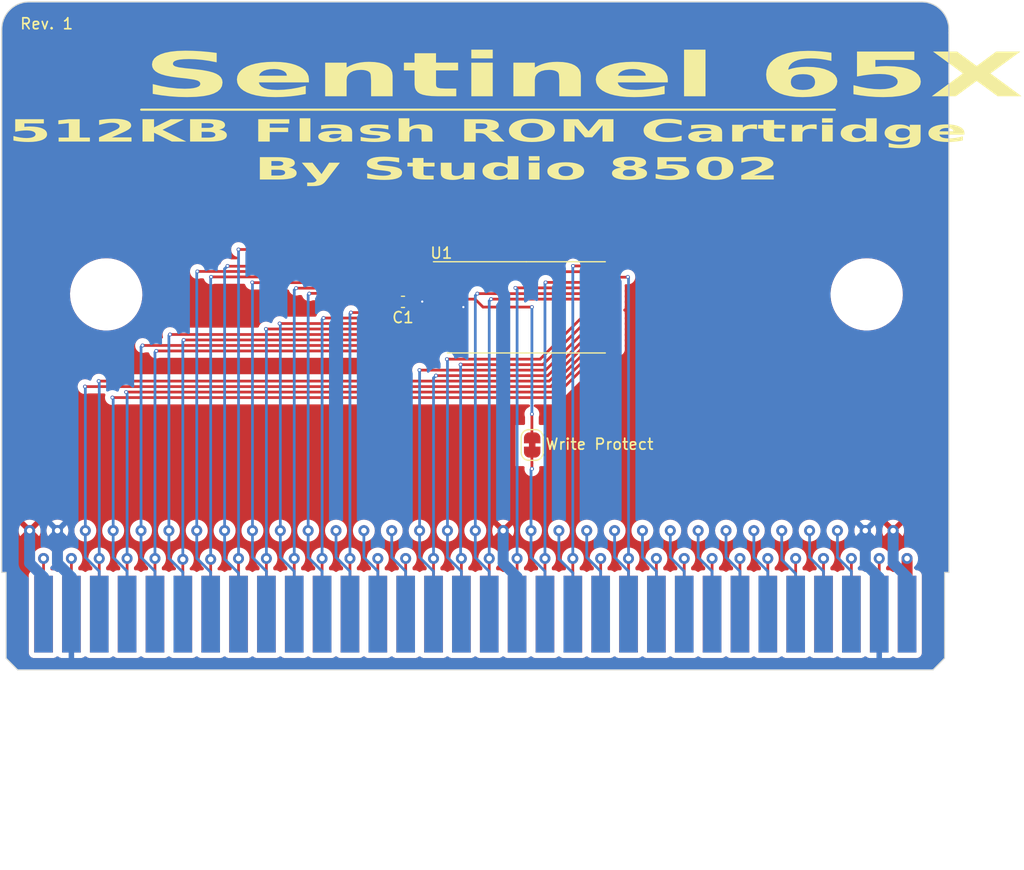
<source format=kicad_pcb>
(kicad_pcb (version 20221018) (generator pcbnew)
  (layers (0 "F.Cu" signal) (31 "B.Cu" signal) (34 "B.Paste" user) (35 "F.Paste" user) (36 "B.SilkS" user "B.Silkscreen") (37 "F.SilkS" user "F.Silkscreen") (38 "B.Mask" user) (39 "F.Mask" user) (44 "Edge.Cuts" user))
  (net 0 "")
  (net 1 "+3.3V")
  (net 2 "/A1")
  (net 3 "/A3")
  (net 4 "/A5")
  (net 5 "/A7")
  (net 6 "/A9")
  (net 7 "/A11")
  (net 8 "/A13")
  (net 9 "/A15")
  (net 10 "/A17")
  (net 11 "unconnected-(J1-Pin_a13-Pada13)")
  (net 12 "/D1")
  (net 13 "/D3")
  (net 14 "/D5")
  (net 15 "/~{WR}")
  (net 16 "unconnected-(J1-Pin_b12-Padb12)")
  (net 17 "unconnected-(J1-Pin_b20-Padb20)")
  (net 18 "unconnected-(J1-Pin_b2-Padb2)")
  (net 19 "/A0")
  (net 20 "/A2")
  (net 21 "/A4")
  (net 22 "/A6")
  (net 23 "/A8")
  (net 24 "/A10")
  (net 25 "/A12")
  (net 26 "/A14")
  (net 27 "/A16")
  (net 28 "/A18")
  (net 29 "/D0")
  (net 30 "/D2")
  (net 31 "/D4")
  (net 32 "/D6")
  (net 33 "/D7")
  (net 34 "/~{RD}")
  (net 35 "+5V")
  (net 36 "GND")
  (net 37 "unconnected-(J1-Pin_a3-Pada3)")
  (net 38 "unconnected-(J1-Pin_a4-Pada4)")
  (net 39 "unconnected-(J1-Pin_a5-Pada5)")
  (net 40 "unconnected-(J1-Pin_a6-Pada6)")
  (net 41 "unconnected-(J1-Pin_a7-Pada7)")
  (net 42 "unconnected-(J1-Pin_a8-Pada8)")
  (net 43 "unconnected-(J1-Pin_a9-Pada9)")
  (net 44 "unconnected-(J1-Pin_a10-Pada10)")
  (net 45 "unconnected-(J1-Pin_a11-Pada11)")
  (net 46 "unconnected-(J1-Pin_a19-Pada19)")
  (net 47 "unconnected-(J1-Pin_a20-Pada20)")
  (net 48 "unconnected-(J1-Pin_b3-Padb3)")
  (net 49 "unconnected-(J1-Pin_b4-Padb4)")
  (net 50 "unconnected-(J1-Pin_b5-Padb5)")
  (net 51 "unconnected-(J1-Pin_b6-Padb6)")
  (net 52 "unconnected-(J1-Pin_b7-Padb7)")
  (net 53 "unconnected-(J1-Pin_b8-Padb8)")
  (net 54 "unconnected-(J1-Pin_b9-Padb9)")
  (net 55 "unconnected-(J1-Pin_b10-Padb10)")
  (net 56 "unconnected-(J1-Pin_b19-Padb19)")
  (net 57 "unconnected-(J1-Pin_a12-Pada12)")
  (net 58 "unconnected-(J1-Pin_a21-Pada21)")
  (net 59 "unconnected-(J1-Pin_b31-Padb31)")
  (net 60 "unconnected-(J1-Pin_b32-Padb32)")
  (net 61 "/~{CS}6")
  (net 62 "Net-(JP1-B)")
  (footprint "Package_SO:TSOP-I-32_14.4x8mm_P0.5mm" (layer "F.Cu") (at 141.745 53.775)
    (fp_text reference "U1")
    (fp_text value "~")
  )
  (footprint "Capacitor_SMD:C_0603_1608Metric" (layer "F.Cu") (at 130.495 53.275 180)
    (fp_text reference "C1")
    (fp_text value "100nF")
  )
  (footprint "Connector:Conn_Edge_2x32_THT_2.54mm_Male" (layer "F.Cu") (at 138.359999 81.752 180)
    (fp_text reference "J1" hide)
    (fp_text value "2x32 2.54mm Card Edge Connector")
    (fp_line (start -41.520319 3.81) (end -41.91 3.81) (stroke (width 0.1)) (layer "Edge.Cuts"))
    (fp_line (start -41.51758 -4.014303) (end -41.520319 3.81) (stroke (width 0.1)) (layer "Edge.Cuts"))
    (fp_line (start -40.46 -5.08) (end -41.51758 -4.014303) (stroke (width 0.1)) (layer "Edge.Cuts"))
    (fp_line (start -40.46 -5.08) (end 43 -5.08) (stroke (width 0.1)) (layer "Edge.Cuts"))
    (fp_line (start 43 -5.08) (end 44.05758 -4.014303) (stroke (width 0.1)) (layer "Edge.Cuts"))
    (fp_line (start 44.054841 3.81) (end 44.05758 -4.014303) (stroke (width 0.1)) (layer "Edge.Cuts"))
    (fp_line (start 44.054841 3.81) (end 44.45 3.81) (stroke (width 0.1)) (layer "Edge.Cuts"))
  )
  (footprint "Jumper:SolderJumper-2_P1.3mm_Bridged_RoundedPad1.0x1.5mm" (layer "F.Cu") (at 142.275 66.325 90)
    (fp_text reference "JP1" hide)
    (fp_text value "SolderJumper_2_Bridged")
  )
  (footprint "" (layer "F.Cu") (at 103.434999 52.592)
    (fp_text reference "")
    (fp_text value "")
  )
  (footprint "" (layer "F.Cu") (at 172.776999 52.592)
    (fp_text reference "")
    (fp_text value "")
  )
  (gr_line (start 169.874188 35.75) (end 106.625811 35.75) (stroke (width 0.2)) (layer "F.SilkS"))
  (gr_line (start 177.25 25.922) (end 177.769999 25.922) (stroke (width 0.1)) (layer "Edge.Cuts"))
  (gr_arc (start 177.769999 25.922) (mid 179.537766 26.654233) (end 180.269999 28.422) (stroke (width 0.1)) (layer "Edge.Cuts"))
  (gr_arc (start 93.909999 28.422) (mid 94.642232 26.654233) (end 96.409999 25.922) (stroke (width 0.1)) (layer "Edge.Cuts"))
  (gr_line (start 93.909999 29) (end 93.909999 28.422) (stroke (width 0.1)) (layer "Edge.Cuts"))
  (gr_line (start 93.909999 77.942) (end 93.909999 29) (stroke (width 0.1)) (layer "Edge.Cuts"))
  (gr_line (start 180.269999 28.75) (end 180.269999 28.422) (stroke (width 0.1)) (layer "Edge.Cuts"))
  (gr_line (start 97.25 25.922) (end 177.25 25.922) (stroke (width 0.1)) (layer "Edge.Cuts"))
  (gr_line (start 97.25 25.922) (end 96.409999 25.922) (stroke (width 0.1)) (layer "Edge.Cuts"))
  (gr_line (start 180.269999 77.942) (end 180.269999 28.75) (stroke (width 0.1)) (layer "Edge.Cuts"))
  (gr_text "By Studio 8502" (at 116.93053 42.456333) (layer "F.SilkS") (effects (font (size 2 4) (thickness 0.25) bold) (justify left bottom)))
  (gr_text "Rev. 1" (at 95.5 28.5) (layer "F.SilkS") (effects (font (size 1 1)) (justify left bottom)))
  (gr_text "Sentinel 65X" (at 106.803244 35.208167) (layer "F.SilkS") (effects (font (size 4 8) (thickness 0.3) bold) (justify left bottom)))
  (gr_text "512KB Flash ROM Cartridge" (at 138.249999 38.999483) (layer "F.SilkS") (effects (font (size 2 4) (thickness 0.25) bold) (justify bottom)))
  (segment (start 131.27 53.275) (end 132.225 53.275) (width 0.5) (layer "F.Cu") (net 1))
  (segment (start 132.225 53.275) (end 132.25 53.25) (width 0.5) (layer "F.Cu") (net 1))
  (segment (start 135.775 53.525) (end 136 53.75) (width 0.25) (layer "F.Cu") (net 1))
  (segment (start 134.0575 53.525) (end 135.775 53.525) (width 0.25) (layer "F.Cu") (net 1))
  (via (at 132.25 53.25) (size 0.35) (drill 0.2) (layers "F.Cu" "B.Cu") (net 1))
  (via (at 136 53.75) (size 0.35) (drill 0.2) (layers "F.Cu" "B.Cu") (net 1))
  (segment (start 98.989999 74.132) (end 98.989999 77.099057) (width 1) (layer "B.Cu") (net 1))
  (segment (start 173.919999 78.419999) (end 173.919999 81.752) (width 1) (layer "B.Cu") (net 1))
  (segment (start 100.259999 78.369057) (end 100.259999 81.752) (width 1) (layer "B.Cu") (net 1))
  (segment (start 98.989999 77.099057) (end 100.259999 78.369057) (width 1) (layer "B.Cu") (net 1))
  (segment (start 172.649999 77.149999) (end 173.919999 78.419999) (width 1) (layer "B.Cu") (net 1))
  (segment (start 172.649999 74.132) (end 172.649999 77.149999) (width 1) (layer "B.Cu") (net 1))
  (segment (start 149.4325 56.525) (end 148.442919 56.525) (width 0.25) (layer "F.Cu") (net 2))
  (segment (start 143.967918 61) (end 101.5 61) (width 0.25) (layer "F.Cu") (net 2))
  (segment (start 148.442919 56.525) (end 143.967918 61) (width 0.25) (layer "F.Cu") (net 2))
  (via (at 101.5 61) (size 0.35) (drill 0.2) (layers "F.Cu" "B.Cu") (net 2))
  (segment (start 101.5 61) (end 101.529999 61.029999) (width 0.25) (layer "B.Cu") (net 2))
  (segment (start 101.529999 76.568727) (end 102.799999 77.838727) (width 0.25) (layer "B.Cu") (net 2))
  (segment (start 102.799999 77.838727) (end 102.799999 81.752) (width 0.25) (layer "B.Cu") (net 2))
  (segment (start 101.529999 61.029999) (end 101.529999 74.132) (width 0.25) (layer "B.Cu") (net 2))
  (segment (start 101.529999 74.132) (end 101.529999 76.568727) (width 0.25) (layer "B.Cu") (net 2))
  (segment (start 148.725 57.525) (end 147.75 58.5) (width 0.25) (layer "F.Cu") (net 3))
  (segment (start 144.25 62) (end 104 62) (width 0.25) (layer "F.Cu") (net 3))
  (segment (start 147.75 58.5) (end 144.25 62) (width 0.25) (layer "F.Cu") (net 3))
  (segment (start 149.4325 57.525) (end 148.725 57.525) (width 0.25) (layer "F.Cu") (net 3))
  (via (at 104 62) (size 0.35) (drill 0.2) (layers "F.Cu" "B.Cu") (net 3))
  (segment (start 104.069999 62.069999) (end 104.069999 74.132) (width 0.25) (layer "B.Cu") (net 3))
  (segment (start 104 62) (end 104.069999 62.069999) (width 0.25) (layer "B.Cu") (net 3))
  (segment (start 105.339999 77.839999) (end 105.339999 81.752) (width 0.25) (layer "B.Cu") (net 3))
  (segment (start 104.069999 74.132) (end 104.069999 76.569999) (width 0.25) (layer "B.Cu") (net 3))
  (segment (start 104.069999 76.569999) (end 105.339999 77.839999) (width 0.25) (layer "B.Cu") (net 3))
  (segment (start 132.843376 57.25) (end 106.75 57.25) (width 0.25) (layer "F.Cu") (net 4))
  (segment (start 133.068376 57.025) (end 132.843376 57.25) (width 0.25) (layer "F.Cu") (net 4))
  (segment (start 134.0575 57.025) (end 133.068376 57.025) (width 0.25) (layer "F.Cu") (net 4))
  (via (at 106.75 57.25) (size 0.35) (drill 0.2) (layers "F.Cu" "B.Cu") (net 4))
  (segment (start 107.879999 77.838727) (end 107.879999 81.752) (width 0.25) (layer "B.Cu") (net 4))
  (segment (start 106.609999 74.132) (end 106.609999 76.568727) (width 0.25) (layer "B.Cu") (net 4))
  (segment (start 106.609999 76.568727) (end 107.879999 77.838727) (width 0.25) (layer "B.Cu") (net 4))
  (segment (start 106.75 57.25) (end 106.609999 57.390001) (width 0.25) (layer "B.Cu") (net 4))
  (segment (start 106.609999 57.390001) (end 106.609999 74.132) (width 0.25) (layer "B.Cu") (net 4))
  (segment (start 132.570584 56.25) (end 109.25 56.25) (width 0.25) (layer "F.Cu") (net 5))
  (segment (start 134.0575 56.025) (end 132.795584 56.025) (width 0.25) (layer "F.Cu") (net 5))
  (segment (start 132.795584 56.025) (end 132.570584 56.25) (width 0.25) (layer "F.Cu") (net 5))
  (via (at 109.25 56.25) (size 0.35) (drill 0.2) (layers "F.Cu" "B.Cu") (net 5))
  (segment (start 110.419999 77.918727) (end 110.419999 81.752) (width 0.25) (layer "B.Cu") (net 5))
  (segment (start 109.149999 74.132) (end 109.149999 76.648727) (width 0.25) (layer "B.Cu") (net 5))
  (segment (start 109.25 56.25) (end 109.149999 56.350001) (width 0.25) (layer "B.Cu") (net 5))
  (segment (start 109.149999 76.648727) (end 110.419999 77.918727) (width 0.25) (layer "B.Cu") (net 5))
  (segment (start 109.149999 56.350001) (end 109.149999 74.132) (width 0.25) (layer "B.Cu") (net 5))
  (segment (start 111.75 50.5) (end 111.775 50.525) (width 0.25) (layer "F.Cu") (net 6))
  (segment (start 134.0575 50.525) (end 111.75 50.5) (width 0.25) (layer "F.Cu") (net 6))
  (via (at 111.75 50.5) (size 0.35) (drill 0.2) (layers "F.Cu" "B.Cu") (net 6))
  (segment (start 111.689999 50.560001) (end 111.689999 74.132) (width 0.25) (layer "B.Cu") (net 6))
  (segment (start 112.959999 77.918727) (end 112.959999 81.752) (width 0.25) (layer "B.Cu") (net 6))
  (segment (start 111.689999 74.132) (end 111.689999 76.648727) (width 0.25) (layer "B.Cu") (net 6))
  (segment (start 111.689999 76.648727) (end 112.959999 77.918727) (width 0.25) (layer "B.Cu") (net 6))
  (segment (start 111.75 50.5) (end 111.689999 50.560001) (width 0.25) (layer "B.Cu") (net 6))
  (segment (start 114.5 50) (end 114.525 50.025) (width 0.25) (layer "F.Cu") (net 7))
  (segment (start 114.525 50.025) (end 134.0575 50.025) (width 0.25) (layer "F.Cu") (net 7))
  (via (at 114.5 50) (size 0.35) (drill 0.2) (layers "F.Cu" "B.Cu") (net 7))
  (segment (start 114.229999 76.729999) (end 115.499999 77.999999) (width 0.25) (layer "B.Cu") (net 7))
  (segment (start 114.5 50) (end 114.229999 50.270001) (width 0.25) (layer "B.Cu") (net 7))
  (segment (start 114.229999 74.132) (end 114.229999 76.729999) (width 0.25) (layer "B.Cu") (net 7))
  (segment (start 114.229999 50.270001) (end 114.229999 74.132) (width 0.25) (layer "B.Cu") (net 7))
  (segment (start 115.499999 77.999999) (end 115.499999 81.752) (width 0.25) (layer "B.Cu") (net 7))
  (segment (start 116.775 51.525) (end 134.0575 51.525) (width 0.25) (layer "F.Cu") (net 8))
  (segment (start 116.75 51.5) (end 116.775 51.525) (width 0.25) (layer "F.Cu") (net 8))
  (via (at 116.75 51.5) (size 0.35) (drill 0.2) (layers "F.Cu" "B.Cu") (net 8))
  (segment (start 116.769999 76.568727) (end 118.039999 77.838727) (width 0.25) (layer "B.Cu") (net 8))
  (segment (start 118.039999 77.838727) (end 118.039999 81.752) (width 0.25) (layer "B.Cu") (net 8))
  (segment (start 116.75 51.5) (end 116.769999 51.519999) (width 0.25) (layer "B.Cu") (net 8))
  (segment (start 116.769999 74.132) (end 116.769999 76.568727) (width 0.25) (layer "B.Cu") (net 8))
  (segment (start 116.769999 51.519999) (end 116.769999 74.132) (width 0.25) (layer "B.Cu") (net 8))
  (segment (start 132.525 55.025) (end 132.523896 55.023896) (width 0.25) (layer "F.Cu") (net 9))
  (segment (start 132.297792 55.25) (end 119.25 55.25) (width 0.25) (layer "F.Cu") (net 9))
  (segment (start 132.523896 55.023896) (end 132.297792 55.25) (width 0.25) (layer "F.Cu") (net 9))
  (segment (start 134.0575 55.025) (end 132.525 55.025) (width 0.25) (layer "F.Cu") (net 9))
  (via (at 119.25 55.25) (size 0.35) (drill 0.2) (layers "F.Cu" "B.Cu") (net 9))
  (segment (start 119.309999 74.132) (end 119.309999 76.568727) (width 0.25) (layer "B.Cu") (net 9))
  (segment (start 119.309999 55.309999) (end 119.309999 74.132) (width 0.25) (layer "B.Cu") (net 9))
  (segment (start 119.309999 76.568727) (end 120.579999 77.838727) (width 0.25) (layer "B.Cu") (net 9))
  (segment (start 120.579999 77.838727) (end 120.579999 81.752) (width 0.25) (layer "B.Cu") (net 9))
  (segment (start 119.25 55.25) (end 119.309999 55.309999) (width 0.25) (layer "B.Cu") (net 9))
  (segment (start 129 52.5) (end 129.025 52.475) (width 0.25) (layer "F.Cu") (net 10))
  (segment (start 121.948799 52.5245) (end 121.973299 52.5) (width 0.25) (layer "F.Cu") (net 10))
  (segment (start 131.772817 52.525) (end 134.0575 52.525) (width 0.25) (layer "F.Cu") (net 10))
  (segment (start 129.025 52.475) (end 131.722817 52.475) (width 0.25) (layer "F.Cu") (net 10))
  (segment (start 131.722817 52.475) (end 131.772817 52.525) (width 0.25) (layer "F.Cu") (net 10))
  (segment (start 121.973299 52.5) (end 129 52.5) (width 0.25) (layer "F.Cu") (net 10))
  (via (at 121.948799 52.5245) (size 0.35) (drill 0.2) (layers "F.Cu" "B.Cu") (net 10))
  (segment (start 121.849999 74.132) (end 121.849999 76.568727) (width 0.25) (layer "B.Cu") (net 10))
  (segment (start 121.849999 52.6233) (end 121.849999 74.132) (width 0.25) (layer "B.Cu") (net 10))
  (segment (start 121.849999 76.568727) (end 123.119999 77.838727) (width 0.25) (layer "B.Cu") (net 10))
  (segment (start 121.948799 52.5245) (end 121.849999 52.6233) (width 0.25) (layer "B.Cu") (net 10))
  (segment (start 123.119999 77.838727) (end 123.119999 81.752) (width 0.25) (layer "B.Cu") (net 10))
  (segment (start 145.979999 77.979999) (end 145.979999 81.752) (width 0.25) (layer "B.Cu") (net 11))
  (segment (start 144.709999 74.132) (end 144.709999 76.709999) (width 0.25) (layer "B.Cu") (net 11))
  (segment (start 144.709999 76.709999) (end 145.979999 77.979999) (width 0.25) (layer "B.Cu") (net 11))
  (segment (start 147.975 55.025) (end 145.25 57.75) (width 0.25) (layer "F.Cu") (net 12))
  (segment (start 149.4325 55.025) (end 147.975 55.025) (width 0.25) (layer "F.Cu") (net 12))
  (segment (start 143.5 59.5) (end 132 59.5) (width 0.25) (layer "F.Cu") (net 12))
  (segment (start 145.25 57.75) (end 143.5 59.5) (width 0.25) (layer "F.Cu") (net 12))
  (via (at 132 59.5) (size 0.35) (drill 0.2) (layers "F.Cu" "B.Cu") (net 12))
  (segment (start 132 59.5) (end 132.009999 59.509999) (width 0.25) (layer "B.Cu") (net 12))
  (segment (start 133.279999 77.838727) (end 133.279999 81.752) (width 0.25) (layer "B.Cu") (net 12))
  (segment (start 132.009999 74.132) (end 132.009999 76.568727) (width 0.25) (layer "B.Cu") (net 12))
  (segment (start 132.009999 76.568727) (end 133.279999 77.838727) (width 0.25) (layer "B.Cu") (net 12))
  (segment (start 132.009999 59.509999) (end 132.009999 74.132) (width 0.25) (layer "B.Cu") (net 12))
  (segment (start 143 58.5) (end 134.75 58.5) (width 0.25) (layer "F.Cu") (net 13))
  (segment (start 149.4325 53.525) (end 147.975 53.525) (width 0.25) (layer "F.Cu") (net 13))
  (segment (start 146 55.5) (end 143 58.5) (width 0.25) (layer "F.Cu") (net 13))
  (segment (start 147.975 53.525) (end 146 55.5) (width 0.25) (layer "F.Cu") (net 13))
  (segment (start 134.75 58.5) (end 134.5 58.5) (width 0.25) (layer "F.Cu") (net 13))
  (via (at 134.5 58.5) (size 0.35) (drill 0.2) (layers "F.Cu" "B.Cu") (net 13))
  (segment (start 134.549999 76.568727) (end 135.819999 77.838727) (width 0.25) (layer "B.Cu") (net 13))
  (segment (start 135.819999 77.838727) (end 135.819999 81.752) (width 0.25) (layer "B.Cu") (net 13))
  (segment (start 134.549999 74.132) (end 134.549999 76.568727) (width 0.25) (layer "B.Cu") (net 13))
  (segment (start 134.5 58.5) (end 134.549999 58.549999) (width 0.25) (layer "B.Cu") (net 13))
  (segment (start 134.549999 58.549999) (end 134.549999 74.132) (width 0.25) (layer "B.Cu") (net 13))
  (segment (start 149.4325 52.525) (end 137.275 52.525) (width 0.25) (layer "F.Cu") (net 14))
  (via (at 137.275 52.525) (size 0.35) (drill 0.2) (layers "F.Cu" "B.Cu") (net 14))
  (segment (start 138.359999 77.859999) (end 138.359999 81.752) (width 0.25) (layer "B.Cu") (net 14))
  (segment (start 137.089999 74.132) (end 137.089999 76.589999) (width 0.25) (layer "B.Cu") (net 14))
  (segment (start 137.089999 52.710001) (end 137.089999 74.132) (width 0.25) (layer "B.Cu") (net 14))
  (segment (start 137.089999 76.589999) (end 138.359999 77.859999) (width 0.25) (layer "B.Cu") (net 14))
  (segment (start 137.275 52.525) (end 137.089999 52.710001) (width 0.25) (layer "B.Cu") (net 14))
  (segment (start 142.25 68) (end 142.25 68.5) (width 0.25) (layer "F.Cu") (net 15))
  (segment (start 142.275 66.975) (end 142.25 67) (width 0.25) (layer "F.Cu") (net 15))
  (segment (start 142.25 67) (end 142.25 68) (width 0.25) (layer "F.Cu") (net 15))
  (via (at 142.25 68.5) (size 0.35) (drill 0.2) (layers "F.Cu" "B.Cu") (net 15))
  (via (at 142.25 68.5) (size 0.35) (drill 0.2) (layers "F.Cu" "B.Cu") (net 15))
  (segment (start 142.169999 74.132) (end 142.169999 76.568727) (width 0.25) (layer "B.Cu") (net 15))
  (segment (start 143.439999 77.838727) (end 143.439999 81.752) (width 0.25) (layer "B.Cu") (net 15))
  (segment (start 142.169999 68.580001) (end 142.169999 74.132) (width 0.25) (layer "B.Cu") (net 15))
  (segment (start 142.169999 76.568727) (end 143.439999 77.838727) (width 0.25) (layer "B.Cu") (net 15))
  (segment (start 142.25 68.5) (end 142.169999 68.580001) (width 0.25) (layer "B.Cu") (net 15))
  (segment (start 148.519999 76.672) (end 148.519999 81.752) (width 0.25) (layer "F.Cu") (net 16))
  (segment (start 128.199999 76.672) (end 128.199999 81.752) (width 0.25) (layer "F.Cu") (net 17))
  (segment (start 173.919999 76.672) (end 173.919999 81.752) (width 0.25) (layer "F.Cu") (net 18))
  (segment (start 143.831522 60.5) (end 102.75 60.5) (width 0.25) (layer "F.Cu") (net 19))
  (segment (start 102.799999 76.672) (end 102.799999 81.752) (width 0.25) (layer "F.Cu") (net 19))
  (segment (start 149.4325 56.025) (end 148.306523 56.025) (width 0.25) (layer "F.Cu") (net 19))
  (segment (start 148.306523 56.025) (end 143.831522 60.5) (width 0.25) (layer "F.Cu") (net 19))
  (via (at 102.75 60.5) (size 0.35) (drill 0.2) (layers "F.Cu" "B.Cu") (net 19))
  (segment (start 102.75 60.5) (end 102.799999 60.549999) (width 0.25) (layer "B.Cu") (net 19))
  (segment (start 102.799999 60.549999) (end 102.799999 76.672) (width 0.25) (layer "B.Cu") (net 19))
  (segment (start 105.339999 76.672) (end 105.339999 81.752) (width 0.25) (layer "F.Cu") (net 20))
  (segment (start 149.4325 57.025) (end 148.579315 57.025) (width 0.25) (layer "F.Cu") (net 20))
  (segment (start 148.579315 57.025) (end 147.431802 58.172513) (width 0.25) (layer "F.Cu") (net 20))
  (segment (start 147.431802 58.172513) (end 144.104314 61.5) (width 0.25) (layer "F.Cu") (net 20))
  (segment (start 144.104314 61.5) (end 105.25 61.5) (width 0.25) (layer "F.Cu") (net 20))
  (segment (start 147.431802 58.172513) (end 147.431802 58.181802) (width 0.25) (layer "F.Cu") (net 20))
  (via (at 105.25 61.5) (size 0.35) (drill 0.2) (layers "F.Cu" "B.Cu") (net 20))
  (segment (start 105.25 61.5) (end 105.339999 61.589999) (width 0.25) (layer "B.Cu") (net 20))
  (segment (start 105.339999 61.589999) (end 105.339999 76.672) (width 0.25) (layer "B.Cu") (net 20))
  (segment (start 107.879999 76.672) (end 107.879999 81.752) (width 0.25) (layer "F.Cu") (net 21))
  (segment (start 108 57.75) (end 108 57.7) (width 0.25) (layer "F.Cu") (net 21))
  (segment (start 133.16625 57.75) (end 108 57.75) (width 0.25) (layer "F.Cu") (net 21))
  (segment (start 133.39125 57.525) (end 133.16625 57.75) (width 0.25) (layer "F.Cu") (net 21))
  (segment (start 134.0575 57.525) (end 133.39125 57.525) (width 0.25) (layer "F.Cu") (net 21))
  (via (at 108 57.75) (size 0.35) (drill 0.2) (layers "F.Cu" "B.Cu") (net 21))
  (segment (start 107.879999 57.870001) (end 107.879999 76.672) (width 0.25) (layer "B.Cu") (net 21))
  (segment (start 108 57.75) (end 107.879999 57.870001) (width 0.25) (layer "B.Cu") (net 21))
  (segment (start 132.70698 56.75) (end 110.5 56.75) (width 0.25) (layer "F.Cu") (net 22))
  (segment (start 110.419999 76.752) (end 110.419999 81.752) (width 0.25) (layer "F.Cu") (net 22))
  (segment (start 132.93198 56.525) (end 132.70698 56.75) (width 0.25) (layer "F.Cu") (net 22))
  (segment (start 134.0575 56.525) (end 132.93198 56.525) (width 0.25) (layer "F.Cu") (net 22))
  (via (at 110.5 56.75) (size 0.35) (drill 0.2) (layers "F.Cu" "B.Cu") (net 22))
  (segment (start 110.5 56.75) (end 110.419999 56.830001) (width 0.25) (layer "B.Cu") (net 22))
  (segment (start 110.419999 56.830001) (end 110.419999 76.752) (width 0.25) (layer "B.Cu") (net 22))
  (segment (start 113.000901 51) (end 112.999999 51.000902) (width 0.25) (layer "F.Cu") (net 23))
  (segment (start 134.0575 51.025) (end 134.0325 51) (width 0.25) (layer "F.Cu") (net 23))
  (segment (start 112.959999 76.752) (end 112.959999 81.752) (width 0.25) (layer "F.Cu") (net 23))
  (segment (start 134.0325 51) (end 113.000901 51) (width 0.25) (layer "F.Cu") (net 23))
  (via (at 112.999999 51.000902) (size 0.35) (drill 0.2) (layers "F.Cu" "B.Cu") (net 23))
  (segment (start 112.959999 51.040902) (end 112.959999 76.752) (width 0.25) (layer "B.Cu") (net 23))
  (segment (start 112.999999 51.000902) (end 112.959999 51.040902) (width 0.25) (layer "B.Cu") (net 23))
  (segment (start 115.5 48.5) (end 133.885685 48.5) (width 0.25) (layer "F.Cu") (net 24))
  (segment (start 115.499999 76.672) (end 115.499999 81.752) (width 0.25) (layer "F.Cu") (net 24))
  (segment (start 135.17 50.525) (end 149.4325 50.525) (width 0.25) (layer "F.Cu") (net 24))
  (segment (start 133.885685 48.5) (end 135.17 49.784315) (width 0.25) (layer "F.Cu") (net 24))
  (segment (start 135.17 49.784315) (end 135.17 50.525) (width 0.25) (layer "F.Cu") (net 24))
  (via (at 115.5 48.5) (size 0.35) (drill 0.2) (layers "F.Cu" "B.Cu") (net 24))
  (segment (start 115.5 48.5) (end 115.499999 48.500001) (width 0.25) (layer "B.Cu") (net 24))
  (segment (start 115.499999 48.500001) (end 115.499999 76.672) (width 0.25) (layer "B.Cu") (net 24))
  (segment (start 132.659188 55.525) (end 132.434188 55.75) (width 0.25) (layer "F.Cu") (net 25))
  (segment (start 134.0575 55.525) (end 132.659188 55.525) (width 0.25) (layer "F.Cu") (net 25))
  (segment (start 118.039999 76.672) (end 118.039999 81.752) (width 0.25) (layer "F.Cu") (net 25))
  (segment (start 132.434188 55.75) (end 118 55.75) (width 0.25) (layer "F.Cu") (net 25))
  (via (at 118 55.75) (size 0.35) (drill 0.2) (layers "F.Cu" "B.Cu") (net 25))
  (segment (start 118.039999 55.789999) (end 118.039999 76.672) (width 0.25) (layer "B.Cu") (net 25))
  (segment (start 118 55.75) (end 118.039999 55.789999) (width 0.25) (layer "B.Cu") (net 25))
  (segment (start 120.579999 76.672) (end 120.579999 81.752) (width 0.25) (layer "F.Cu") (net 26))
  (segment (start 134.0575 52.025) (end 120.7505 52.025) (width 0.25) (layer "F.Cu") (net 26))
  (segment (start 120.7505 52.025) (end 120.75 52.0245) (width 0.25) (layer "F.Cu") (net 26))
  (via (at 120.75 52.0245) (size 0.35) (drill 0.2) (layers "F.Cu" "B.Cu") (net 26))
  (segment (start 120.579999 52.194501) (end 120.579999 76.672) (width 0.25) (layer "B.Cu") (net 26))
  (segment (start 120.75 52.0245) (end 120.579999 52.194501) (width 0.25) (layer "B.Cu") (net 26))
  (segment (start 132.386396 54.525) (end 132.161396 54.75) (width 0.25) (layer "F.Cu") (net 27))
  (segment (start 132.161396 54.75) (end 123.25 54.75) (width 0.25) (layer "F.Cu") (net 27))
  (segment (start 134.0575 54.525) (end 132.386396 54.525) (width 0.25) (layer "F.Cu") (net 27))
  (segment (start 123.119999 76.672) (end 123.119999 81.752) (width 0.25) (layer "F.Cu") (net 27))
  (via (at 123.25 54.75) (size 0.35) (drill 0.2) (layers "F.Cu" "B.Cu") (net 27))
  (segment (start 123.25 54.75) (end 123.119999 54.880001) (width 0.25) (layer "B.Cu") (net 27))
  (segment (start 123.119999 54.880001) (end 123.119999 76.672) (width 0.25) (layer "B.Cu") (net 27))
  (segment (start 125.659999 76.672) (end 125.659999 81.752) (width 0.25) (layer "F.Cu") (net 28))
  (segment (start 134.0575 54.025) (end 132.25 54.025) (width 0.25) (layer "F.Cu") (net 28))
  (segment (start 132.025 54.25) (end 125.75 54.25) (width 0.25) (layer "F.Cu") (net 28))
  (segment (start 132.25 54.025) (end 132.025 54.25) (width 0.25) (layer "F.Cu") (net 28))
  (via (at 125.75 54.25) (size 0.35) (drill 0.2) (layers "F.Cu" "B.Cu") (net 28))
  (segment (start 125.659999 54.340001) (end 125.659999 76.672) (width 0.25) (layer "B.Cu") (net 28))
  (segment (start 125.75 54.25) (end 125.659999 54.340001) (width 0.25) (layer "B.Cu") (net 28))
  (segment (start 148.170126 55.525) (end 145.945126 57.75) (width 0.25) (layer "F.Cu") (net 29))
  (segment (start 149.4325 55.525) (end 148.170126 55.525) (width 0.25) (layer "F.Cu") (net 29))
  (segment (start 133.279999 76.672) (end 133.279999 81.752) (width 0.25) (layer "F.Cu") (net 29))
  (segment (start 143.695126 60) (end 133.5 60) (width 0.25) (layer "F.Cu") (net 29))
  (segment (start 145.945126 57.75) (end 143.695126 60) (width 0.25) (layer "F.Cu") (net 29))
  (via (at 133.5 60) (size 0.35) (drill 0.2) (layers "F.Cu" "B.Cu") (net 29))
  (segment (start 133.279999 60.220001) (end 133.279999 76.672) (width 0.25) (layer "B.Cu") (net 29))
  (segment (start 133.5 60) (end 133.279999 60.220001) (width 0.25) (layer "B.Cu") (net 29))
  (segment (start 143.25 59) (end 135.75 59) (width 0.25) (layer "F.Cu") (net 30))
  (segment (start 149.4325 54.525) (end 147.725 54.525) (width 0.25) (layer "F.Cu") (net 30))
  (segment (start 147.725 54.525) (end 146 56.25) (width 0.25) (layer "F.Cu") (net 30))
  (segment (start 146 56.25) (end 143.25 59) (width 0.25) (layer "F.Cu") (net 30))
  (segment (start 135.819999 76.672) (end 135.819999 81.752) (width 0.25) (layer "F.Cu") (net 30))
  (via (at 135.75 59) (size 0.35) (drill 0.2) (layers "F.Cu" "B.Cu") (net 30))
  (segment (start 135.75 59) (end 135.75 76.602001) (width 0.25) (layer "B.Cu") (net 30))
  (segment (start 135.75 76.602001) (end 135.819999 76.672) (width 0.25) (layer "B.Cu") (net 30))
  (segment (start 138.359999 76.672) (end 138.359999 81.752) (width 0.25) (layer "F.Cu") (net 31))
  (segment (start 138.525 53.025) (end 149.4325 53.025) (width 0.25) (layer "F.Cu") (net 31))
  (via (at 138.525 53.025) (size 0.35) (drill 0.2) (layers "F.Cu" "B.Cu") (net 31))
  (segment (start 138.525 53.025) (end 138.359999 53.190001) (width 0.25) (layer "B.Cu") (net 31))
  (segment (start 138.359999 53.190001) (end 138.359999 76.672) (width 0.25) (layer "B.Cu") (net 31))
  (segment (start 140.75 52) (end 140.775 52.025) (width 0.25) (layer "F.Cu") (net 32))
  (segment (start 149.4325 52.025) (end 149.4075 52) (width 0.25) (layer "F.Cu") (net 32))
  (segment (start 140.899999 76.672) (end 140.899999 81.752) (width 0.25) (layer "F.Cu") (net 32))
  (segment (start 149.4075 52) (end 140.75 52) (width 0.25) (layer "F.Cu") (net 32))
  (via (at 140.75 52) (size 0.35) (drill 0.2) (layers "F.Cu" "B.Cu") (net 32))
  (segment (start 140.899999 52.149999) (end 140.899999 76.672) (width 0.25) (layer "B.Cu") (net 32))
  (segment (start 140.75 52) (end 140.899999 52.149999) (width 0.25) (layer "B.Cu") (net 32))
  (segment (start 143.439999 76.672) (end 143.439999 81.752) (width 0.25) (layer "F.Cu") (net 33))
  (segment (start 149.4075 51.5) (end 143.5 51.5) (width 0.25) (layer "F.Cu") (net 33))
  (segment (start 149.4325 51.525) (end 149.4075 51.5) (width 0.25) (layer "F.Cu") (net 33))
  (via (at 143.5 51.5) (size 0.35) (drill 0.2) (layers "F.Cu" "B.Cu") (net 33))
  (segment (start 143.439999 51.560001) (end 143.439999 76.672) (width 0.25) (layer "B.Cu") (net 33))
  (segment (start 143.5 51.5) (end 143.439999 51.560001) (width 0.25) (layer "B.Cu") (net 33))
  (segment (start 149.4325 50.025) (end 149.4075 50) (width 0.25) (layer "F.Cu") (net 34))
  (segment (start 149.4075 50) (end 146 50) (width 0.25) (layer "F.Cu") (net 34))
  (segment (start 145.979999 76.672) (end 145.979999 81.752) (width 0.25) (layer "F.Cu") (net 34))
  (via (at 146 50) (size 0.35) (drill 0.2) (layers "F.Cu" "B.Cu") (net 34))
  (segment (start 146 50) (end 145.979999 50.020001) (width 0.25) (layer "B.Cu") (net 34))
  (segment (start 145.979999 50.020001) (end 145.979999 76.672) (width 0.25) (layer "B.Cu") (net 34))
  (segment (start 176.459999 76.672) (end 176.459999 81.752) (width 1) (layer "F.Cu") (net 35))
  (segment (start 139.629999 74.132) (end 139.629999 77.099057) (width 1) (layer "B.Cu") (net 36))
  (segment (start 175.189999 74.132) (end 175.189999 77.099057) (width 1) (layer "B.Cu") (net 36))
  (segment (start 96.449999 77.099057) (end 97.719999 78.369057) (width 1) (layer "B.Cu") (net 36))
  (segment (start 176.459999 78.369057) (end 176.459999 81.752) (width 1) (layer "B.Cu") (net 36))
  (segment (start 139.629999 77.099057) (end 140.899999 78.369057) (width 1) (layer "B.Cu") (net 36))
  (segment (start 140.899999 78.369057) (end 140.899999 81.752) (width 1) (layer "B.Cu") (net 36))
  (segment (start 175.189999 77.099057) (end 176.459999 78.369057) (width 1) (layer "B.Cu") (net 36))
  (segment (start 96.449999 74.132) (end 96.449999 77.099057) (width 1) (layer "B.Cu") (net 36))
  (segment (start 97.719999 78.369057) (end 97.719999 81.752) (width 1) (layer "B.Cu") (net 36))
  (segment (start 170.109999 76.568727) (end 171.379999 77.838727) (width 0.25) (layer "B.Cu") (net 37))
  (segment (start 170.109999 74.132) (end 170.109999 76.568727) (width 0.25) (layer "B.Cu") (net 37))
  (segment (start 171.379999 77.838727) (end 171.379999 81.752) (width 0.25) (layer "B.Cu") (net 37))
  (segment (start 168.839999 77.838727) (end 168.839999 81.752) (width 0.25) (layer "B.Cu") (net 38))
  (segment (start 167.569999 76.568727) (end 168.839999 77.838727) (width 0.25) (layer "B.Cu") (net 38))
  (segment (start 167.569999 74.132) (end 167.569999 76.568727) (width 0.25) (layer "B.Cu") (net 38))
  (segment (start 165.029999 74.132) (end 165.029999 76.779999) (width 0.25) (layer "B.Cu") (net 39))
  (segment (start 166.299999 78.049999) (end 166.299999 81.752) (width 0.25) (layer "B.Cu") (net 39))
  (segment (start 165.029999 76.779999) (end 166.299999 78.049999) (width 0.25) (layer "B.Cu") (net 39))
  (segment (start 162.489999 76.568727) (end 163.759999 77.838727) (width 0.25) (layer "B.Cu") (net 40))
  (segment (start 163.759999 77.838727) (end 163.759999 81.752) (width 0.25) (layer "B.Cu") (net 40))
  (segment (start 162.489999 74.132) (end 162.489999 76.568727) (width 0.25) (layer "B.Cu") (net 40))
  (segment (start 159.949999 76.568727) (end 161.219999 77.838727) (width 0.25) (layer "B.Cu") (net 41))
  (segment (start 161.219999 77.838727) (end 161.219999 81.752) (width 0.25) (layer "B.Cu") (net 41))
  (segment (start 159.949999 74.132) (end 159.949999 76.568727) (width 0.25) (layer "B.Cu") (net 41))
  (segment (start 158.679999 77.838727) (end 158.679999 81.752) (width 0.25) (layer "B.Cu") (net 42))
  (segment (start 157.409999 76.568727) (end 158.679999 77.838727) (width 0.25) (layer "B.Cu") (net 42))
  (segment (start 157.409999 74.132) (end 157.409999 76.568727) (width 0.25) (layer "B.Cu") (net 42))
  (segment (start 154.869999 74.132) (end 154.869999 76.568727) (width 0.25) (layer "B.Cu") (net 43))
  (segment (start 154.869999 76.568727) (end 156.139999 77.838727) (width 0.25) (layer "B.Cu") (net 43))
  (segment (start 156.139999 77.838727) (end 156.139999 81.752) (width 0.25) (layer "B.Cu") (net 43))
  (segment (start 153.599999 77.838727) (end 153.599999 81.752) (width 0.25) (layer "B.Cu") (net 44))
  (segment (start 152.329999 76.568727) (end 153.599999 77.838727) (width 0.25) (layer "B.Cu") (net 44))
  (segment (start 152.329999 74.132) (end 152.329999 76.568727) (width 0.25) (layer "B.Cu") (net 44))
  (segment (start 151.059999 77.838727) (end 151.059999 81.752) (width 0.25) (layer "B.Cu") (net 45))
  (segment (start 149.789999 76.568727) (end 151.059999 77.838727) (width 0.25) (layer "B.Cu") (net 45))
  (segment (start 149.789999 74.132) (end 149.789999 76.568727) (width 0.25) (layer "B.Cu") (net 45))
  (segment (start 130.739999 77.838727) (end 130.739999 81.752) (width 0.25) (layer "B.Cu") (net 46))
  (segment (start 129.469999 76.568727) (end 130.739999 77.838727) (width 0.25) (layer "B.Cu") (net 46))
  (segment (start 129.469999 74.132) (end 129.469999 76.568727) (width 0.25) (layer "B.Cu") (net 46))
  (segment (start 128.199999 77.838727) (end 128.199999 81.752) (width 0.25) (layer "B.Cu") (net 47))
  (segment (start 126.929999 74.132) (end 126.929999 76.568727) (width 0.25) (layer "B.Cu") (net 47))
  (segment (start 126.929999 76.568727) (end 128.199999 77.838727) (width 0.25) (layer "B.Cu") (net 47))
  (segment (start 171.379999 76.672) (end 171.379999 81.752) (width 0.25) (layer "F.Cu") (net 48))
  (segment (start 168.839999 76.672) (end 168.839999 81.752) (width 0.25) (layer "F.Cu") (net 49))
  (segment (start 166.299999 76.672) (end 166.299999 81.752) (width 0.25) (layer "F.Cu") (net 50))
  (segment (start 163.759999 76.672) (end 163.759999 81.752) (width 0.25) (layer "F.Cu") (net 51))
  (segment (start 161.219999 76.672) (end 161.219999 81.752) (width 0.25) (layer "F.Cu") (net 52))
  (segment (start 158.679999 76.672) (end 158.679999 81.752) (width 0.25) (layer "F.Cu") (net 53))
  (segment (start 156.139999 76.672) (end 156.139999 81.752) (width 0.25) (layer "F.Cu") (net 54))
  (segment (start 153.599999 76.672) (end 153.599999 81.752) (width 0.25) (layer "F.Cu") (net 55))
  (segment (start 130.739999 76.672) (end 130.739999 81.752) (width 0.25) (layer "F.Cu") (net 56))
  (segment (start 147.249999 74.132) (end 147.249999 76.568727) (width 0.25) (layer "B.Cu") (net 57))
  (segment (start 148.519999 77.838727) (end 148.519999 81.752) (width 0.25) (layer "B.Cu") (net 57))
  (segment (start 147.249999 76.568727) (end 148.519999 77.838727) (width 0.25) (layer "B.Cu") (net 57))
  (segment (start 124.389999 76.568727) (end 125.659999 77.838727) (width 0.25) (layer "B.Cu") (net 58))
  (segment (start 124.389999 74.132) (end 124.389999 76.568727) (width 0.25) (layer "B.Cu") (net 58))
  (segment (start 125.659999 77.838727) (end 125.659999 81.752) (width 0.25) (layer "B.Cu") (net 58))
  (segment (start 100.259999 76.672) (end 100.259999 81.752) (width 0.25) (layer "F.Cu") (net 59))
  (segment (start 97.719999 76.672) (end 97.719999 81.752) (width 0.25) (layer "F.Cu") (net 60))
  (segment (start 151 51) (end 150.975 51.025) (width 0.25) (layer "F.Cu") (net 61))
  (segment (start 150.975 51.025) (end 149.4325 51.025) (width 0.25) (layer "F.Cu") (net 61))
  (segment (start 151.059999 76.672) (end 151.059999 81.752) (width 0.25) (layer "F.Cu") (net 61))
  (via (at 151 51) (size 0.35) (drill 0.2) (layers "F.Cu" "B.Cu") (net 61))
  (segment (start 151 51) (end 151.059999 51.059999) (width 0.25) (layer "B.Cu") (net 61))
  (segment (start 151.059999 51.059999) (end 151.059999 76.672) (width 0.25) (layer "B.Cu") (net 61))
  (segment (start 137.792893 53.75) (end 142.25 53.75) (width 0.25) (layer "F.Cu") (net 62))
  (segment (start 142.25 65.65) (end 142.275 65.675) (width 0.25) (layer "F.Cu") (net 62))
  (segment (start 142.25 63.5) (end 142.25 65.65) (width 0.25) (layer "F.Cu") (net 62))
  (segment (start 137.067893 53.025) (end 137.792893 53.75) (width 0.25) (layer "F.Cu") (net 62))
  (segment (start 134.0575 53.025) (end 137.067893 53.025) (width 0.25) (layer "F.Cu") (net 62))
  (via (at 142.25 53.75) (size 0.35) (drill 0.2) (layers "F.Cu" "B.Cu") (net 62))
  (via (at 142.25 63.5) (size 0.35) (drill 0.2) (layers "F.Cu" "B.Cu") (net 62))
  (segment (start 142.25 53.75) (end 142.25 63.5) (width 0.25) (layer "B.Cu") (net 62))
  (zone (net 0) (net_name "") (layer "F.Cu") (connect_pads (clearance 0)) (min_thickness 0.25)
    (keepout (tracks allowed) (vias allowed) (pads allowed) (copperpour not_allowed) (footprints allowed))
    (fill (thermal_gap 0.5) (thermal_bridge_width 0.5))
    (polygon (pts (xy 140.75 64.5) (xy 140.75 68.25) (xy 143.5 68.25) (xy 143.5 64.5)))
  )
  (zone (net 36) (net_name "GND") (layer "F.Cu") (priority 1) (connect_pads (clearance 0.5)) (min_thickness 0.25) (fill yes (thermal_gap 0.5) (thermal_bridge_width 0.5))
    (polygon (pts (xy 93.75 25.75) (xy 93.75 87) (xy 180.5 87) (xy 180.5 25.75)))
  )
  (zone (net 1) (net_name "+3.3V") (layer "B.Cu") (connect_pads (clearance 0.5)) (min_thickness 0.25) (fill yes (thermal_gap 0.5) (thermal_bridge_width 0.5))
    (polygon (pts (xy 93.75 25.75) (xy 93.75 87) (xy 180.5 87) (xy 180.5 25.75)))
  )
)
</source>
